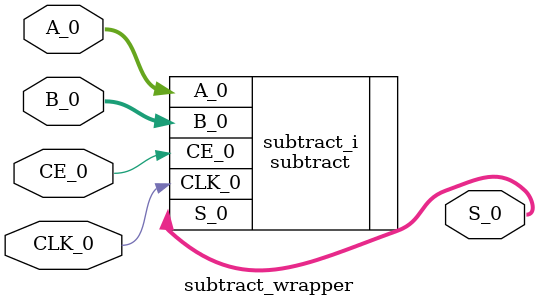
<source format=v>
`timescale 1 ps / 1 ps

module subtract_wrapper
   (A_0,
    B_0,
    CE_0,
    CLK_0,
    S_0);
  input [12:0]A_0;
  input [12:0]B_0;
  input CE_0;
  input CLK_0;
  output [12:0]S_0;

  wire [12:0]A_0;
  wire [12:0]B_0;
  wire CE_0;
  wire CLK_0;
  wire [12:0]S_0;

  subtract subtract_i
       (.A_0(A_0),
        .B_0(B_0),
        .CE_0(CE_0),
        .CLK_0(CLK_0),
        .S_0(S_0));
endmodule

</source>
